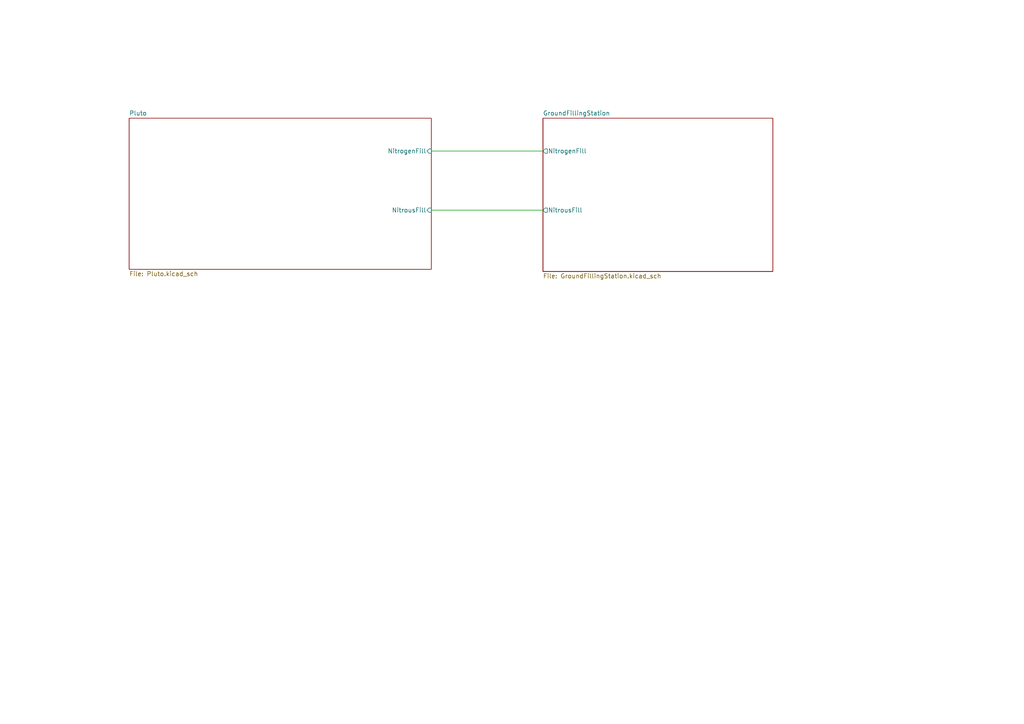
<source format=kicad_sch>
(kicad_sch
	(version 20250114)
	(generator "eeschema")
	(generator_version "9.0")
	(uuid "3715ee25-66b1-4f6c-841e-c8dd2abaead3")
	(paper "A4")
	(lib_symbols)
	(wire
		(pts
			(xy 125.095 60.96) (xy 157.48 60.96)
		)
		(stroke
			(width 0)
			(type default)
		)
		(uuid "bd048e28-fdfa-4787-a823-f1dfc641a771")
	)
	(wire
		(pts
			(xy 125.095 43.815) (xy 157.48 43.815)
		)
		(stroke
			(width 0)
			(type default)
		)
		(uuid "ca264218-a6a0-49e6-9c71-8ea5faef4f20")
	)
	(sheet
		(at 37.465 34.29)
		(size 87.63 43.815)
		(exclude_from_sim no)
		(in_bom yes)
		(on_board yes)
		(dnp no)
		(fields_autoplaced yes)
		(stroke
			(width 0.1524)
			(type solid)
		)
		(fill
			(color 0 0 0 0.0000)
		)
		(uuid "716e35de-df01-4160-9e44-aa331f24f65f")
		(property "Sheetname" "Pluto"
			(at 37.465 33.5784 0)
			(effects
				(font
					(size 1.27 1.27)
				)
				(justify left bottom)
			)
		)
		(property "Sheetfile" "Pluto.kicad_sch"
			(at 37.465 78.6896 0)
			(effects
				(font
					(size 1.27 1.27)
				)
				(justify left top)
			)
		)
		(pin "NitrousFill" input
			(at 125.095 60.96 0)
			(uuid "67e888ed-e1d7-42a6-a996-4761ebfe822e")
			(effects
				(font
					(size 1.27 1.27)
				)
				(justify right)
			)
		)
		(pin "NitrogenFill" input
			(at 125.095 43.815 0)
			(uuid "4983776d-0c5c-4c9d-a76b-8d29183c7941")
			(effects
				(font
					(size 1.27 1.27)
				)
				(justify right)
			)
		)
		(instances
			(project "P_IDs"
				(path "/045f1f05-3134-4b6d-91b6-463031104f1e/a942ff8e-b572-4ca0-bc2e-001c1a49fd10"
					(page "13")
				)
			)
		)
	)
	(sheet
		(at 157.48 34.29)
		(size 66.675 44.45)
		(exclude_from_sim no)
		(in_bom yes)
		(on_board yes)
		(dnp no)
		(fields_autoplaced yes)
		(stroke
			(width 0.1524)
			(type solid)
		)
		(fill
			(color 0 0 0 0.0000)
		)
		(uuid "8e320f35-5e7f-414e-91e4-92bfb9958dbc")
		(property "Sheetname" "GroundFillingStation"
			(at 157.48 33.5784 0)
			(effects
				(font
					(size 1.27 1.27)
				)
				(justify left bottom)
			)
		)
		(property "Sheetfile" "GroundFillingStation.kicad_sch"
			(at 157.48 79.3246 0)
			(effects
				(font
					(size 1.27 1.27)
				)
				(justify left top)
			)
		)
		(pin "NitrogenFill" output
			(at 157.48 43.815 180)
			(uuid "c0bb743f-1c5c-43d1-ae01-f9a8302cee65")
			(effects
				(font
					(size 1.27 1.27)
				)
				(justify left)
			)
		)
		(pin "NitrousFill" output
			(at 157.48 60.96 180)
			(uuid "ffadde11-eafc-40ff-b381-43806110c5e6")
			(effects
				(font
					(size 1.27 1.27)
				)
				(justify left)
			)
		)
		(instances
			(project "P_IDs"
				(path "/045f1f05-3134-4b6d-91b6-463031104f1e/a942ff8e-b572-4ca0-bc2e-001c1a49fd10"
					(page "14")
				)
			)
		)
	)
)

</source>
